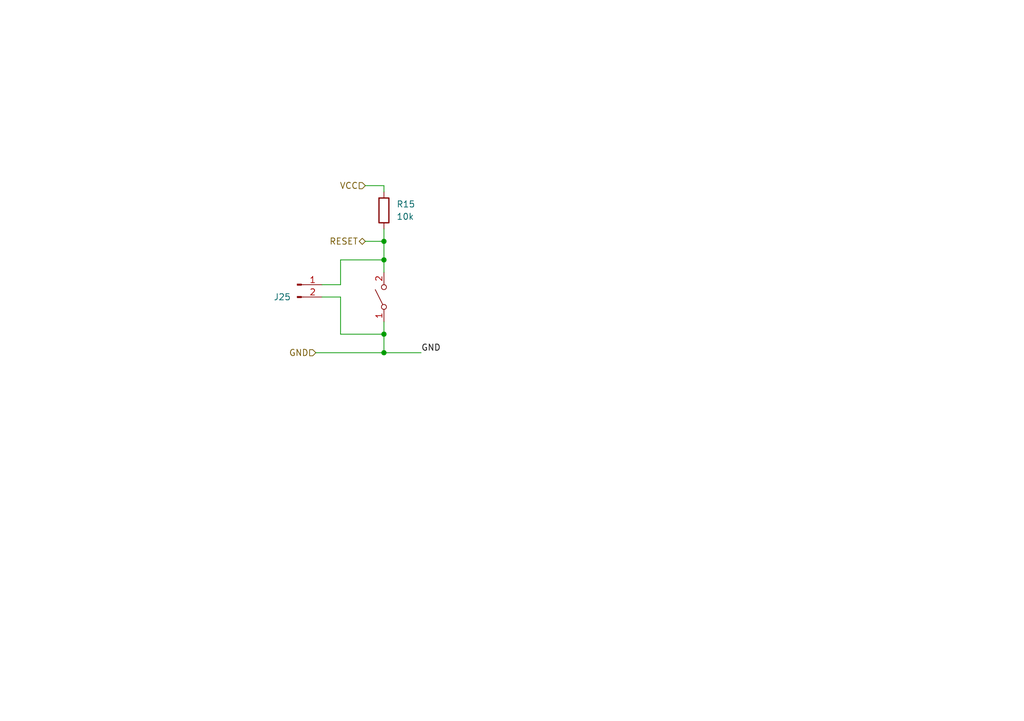
<source format=kicad_sch>
(kicad_sch (version 20231120) (generator "eeschema") (generator_version "8.0")
  (paper "A5")
  (title_block (title "Reset") (date "2024-11-03") (rev "1.0"))
  (lib_symbols
    (symbol "Connector:Conn_01x02_Pin" (pin_names (offset 1.016) hide)
      (property "Reference" "J" (at 0 2.54 0))
      (property "Value" "Conn_01x02_Pin" (at 0 -5.08 0))
      (symbol "Conn_01x02_Pin_1_1"
        (polyline (pts (xy 1.27 -2.54) (xy 0.8636 -2.54)) (stroke (width 0.1524)))
        (polyline (pts (xy 1.27 0) (xy 0.8636 0)) (stroke (width 0.1524)))
        (rectangle (start 0.8636 -2.413) (end 0 -2.667) (stroke (width 0.1524)) (fill (type outline)))
        (rectangle (start 0.8636 0.127) (end 0 -0.127) (stroke (width 0.1524)) (fill (type outline)))
        (pin passive line (at 5.08 0 180) (length 3.81) (name "Pin_1") (number "1"))
        (pin passive line (at 5.08 -2.54 180) (length 3.81) (name "Pin_2") (number "2"))
      )
    )
    (symbol "Device:R" (pin_numbers hide) (pin_names (offset 0))
      (property "Reference" "R" (at 2.032 0 90))
      (property "Value" "R" (at 0 0 90))
      (symbol "R_0_1"
        (rectangle (start -1.016 -2.54) (end 1.016 2.54) (stroke (width 0.254)))
      )
      (symbol "R_1_1"
        (pin passive line (at 0 3.81 270) (length 1.27) (name "~") (number "1"))
        (pin passive line (at 0 -3.81 90) (length 1.27) (name "~") (number "2"))
      )
    )
    (symbol "Switch:SW_DPST_x2" (pin_names (offset 0) hide)
      (property "Reference" "SW" (at 0 3.175 0))
      (property "Value" "SW_DPST_x2" (at 0 -2.54 0))
      (symbol "SW_DPST_x2_0_0"
        (circle (center -2.032 0) (radius 0.508))
        (polyline (pts (xy -1.524 0.254) (xy 1.524 1.778)))
        (circle (center 2.032 0) (radius 0.508))
      )
      (symbol "SW_DPST_x2_1_1"
        (pin passive line (at -5.08 0 0) (length 2.54) (name "A") (number "1"))
        (pin passive line (at 5.08 0 180) (length 2.54) (name "B") (number "2"))
      )
      (symbol "SW_DPST_x2_2_1"
        (pin passive line (at -5.08 0 0) (length 2.54) (name "A") (number "3"))
        (pin passive line (at 5.08 0 180) (length 2.54) (name "B") (number "4"))
      )
    )
  )
  (junction (at 78.74 72.39))
  (junction (at 78.74 53.34))
  (junction (at 78.74 49.53))
  (junction (at 78.74 68.58))
  (wire (pts (xy 69.85 68.58) (xy 78.74 68.58)))
  (wire (pts (xy 66.04 60.96) (xy 69.85 60.96)))
  (wire (pts (xy 69.85 60.96) (xy 69.85 68.58)))
  (wire (pts (xy 69.85 58.42) (xy 69.85 53.34)))
  (wire (pts (xy 78.74 39.37) (xy 78.74 38.1)))
  (wire (pts (xy 78.74 46.99) (xy 78.74 49.53)))
  (wire (pts (xy 78.74 66.04) (xy 78.74 68.58)))
  (wire (pts (xy 69.85 53.34) (xy 78.74 53.34)))
  (wire (pts (xy 78.74 72.39) (xy 86.36 72.39)))
  (wire (pts (xy 64.77 72.39) (xy 78.74 72.39)))
  (wire (pts (xy 78.74 49.53) (xy 74.93 49.53)))
  (wire (pts (xy 74.93 38.1) (xy 78.74 38.1)))
  (wire (pts (xy 78.74 53.34) (xy 78.74 55.88)))
  (wire (pts (xy 66.04 58.42) (xy 69.85 58.42)))
  (wire (pts (xy 78.74 49.53) (xy 78.74 53.34)))
  (wire (pts (xy 78.74 68.58) (xy 78.74 72.39)))
  (label "GND" (at 86.36 72.39 0))
  (hierarchical_label "GND" (shape input) (at 64.77 72.39 180))
  (hierarchical_label "RESET" (shape bidirectional) (at 74.93 49.53 180))
  (hierarchical_label "VCC" (shape input) (at 74.93 38.1 180))
  (symbol (lib_id "Switch:SW_DPST_x2") (at 78.74 60.96 90) (unit 1)
    (property "Reference" "SW1" (effects (hide yes)))
    (property "Value" "PB_SMD_12V_50MA_6MM_6MM" (effects (hide yes)))
    (property "Footprint" "Button_Switch_SMD:SW_Push_1P1T_NO_CK_KSC7xxJ" (effects (hide yes)))
    (property "Description" "Single Pole Single Throw (SPST) switch, separate symbol" (effects (hide yes)))
  )
  (symbol (lib_id "Connector:Conn_01x02_Pin") (at 60.96 58.42 0) (unit 1)
    (property "Reference" "J25" (at 59.69 60.9601 0) (effects (justify right)))
    (property "Value" "KF128-2.54_2P" (effects (hide yes)))
    (property "Footprint" "TerminalBlock_Phoenix:TerminalBlock_Phoenix_MPT-0,5-2-2.54_1x02_P2.54mm_Horizontal" (effects (hide yes)))
  )
  (symbol (lib_id "Device:R") (at 78.74 43.18 0) (unit 1)
    (property "Reference" "R15" (at 81.28 41.91 0) (effects (justify left)))
    (property "Value" "10k" (at 81.28 44.45 0) (effects (justify left)))
    (property "Footprint" "Resistor_SMD:R_0603_1608Metric" (effects (hide yes)))
  )
)
</source>
